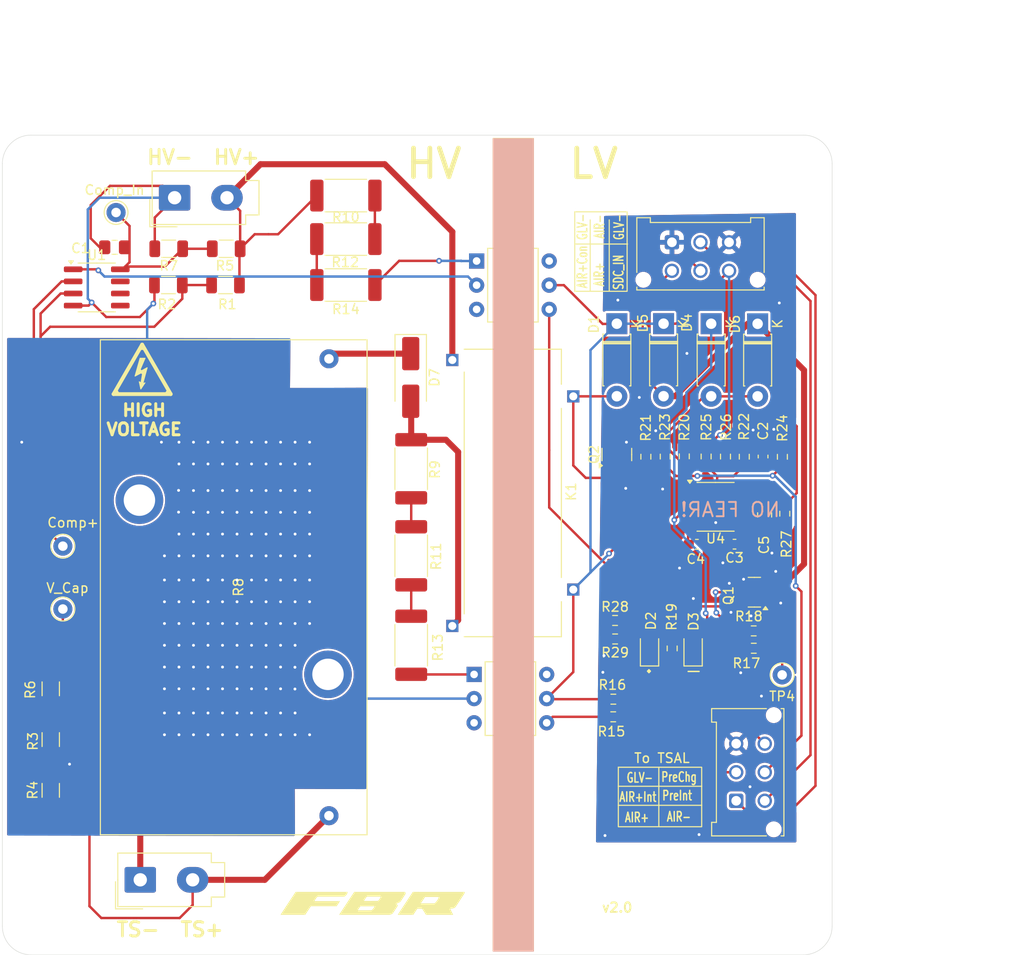
<source format=kicad_pcb>
(kicad_pcb (version 20240108) (generator "pcbnew") (generator_version "8.0")
  (layers (0 "F.Cu" signal) (31 "B.Cu" signal) (34 "B.Paste" user) (35 "F.Paste" user) (36 "B.SilkS" user "B.Silkscreen") (37 "F.SilkS" user "F.Silkscreen") (38 "B.Mask" user) (39 "F.Mask" user) (44 "Edge.Cuts" user))
  (net 0 "")
  (net 1 "Net-(D1-A)")
  (net 2 "GLV-")
  (net 3 "Net-(R12-Pad2)")
  (net 4 "HV+")
  (net 5 "Net-(D2-A)")
  (net 6 "Net-(U1C-V+)")
  (net 7 "Net-(R10-Pad1)")
  (net 8 "Net-(R11-Pad2)")
  (net 9 "Net-(U1-Pad1)")
  (net 12 "HV-")
  (net 13 "/PreCh_Int")
  (net 14 "Net-(D3-A)")
  (net 15 "Net-(D3-K)")
  (net 16 "/Precharge")
  (net 17 "Net-(U4-TR)")
  (net 18 "Net-(U4-CV)")
  (net 19 "Net-(U4-DIS)")
  (net 20 "/SDC_IN")
  (net 21 "Net-(D4-A)")
  (net 22 "/AIR+_Con")
  (net 23 "/AIR+")
  (net 24 "/AIR-")
  (net 25 "/AIR+_Int")
  (net 26 "/PreCh_Complt")
  (net 27 "Net-(R3-Pad2)")
  (net 28 "Net-(D7-K)")
  (net 29 "Net-(R14-Pad2)")
  (net 30 "Net-(R15-Pad2)")
  (net 33 "Net-(R11-Pad1)")
  (net 34 "Net-(R13-Pad2)")
  (net 35 "Net-(J2-Pin_2)")
  (net 36 "Net-(D7-A)")
  (net 37 "/V_Accu")
  (net 38 "/V_Cap")
  (footprint "Resistor_SMD:R_1206_3216Metric" (layer "F.Cu") (at 93.606 63.246)
    (property "Reference" "R5")
    (property "Value" "15K")
  )
  (footprint "Diode_THT:D_DO-41_SOD81_P7.62mm_Horizontal" (layer "F.Cu") (at 144.526 71.12 -90)
    (property "Reference" "D4")
    (property "Value" "1N5819")
  )
  (footprint "Resistor_SMD:R_0603_1608Metric_Pad0.98x0.95mm_HandSolder" (layer "F.Cu") (at 148.9915 103.389 180)
    (property "Reference" "R18")
    (property "Value" "100K")
  )
  (footprint "Resistor_SMD:R_1206_3216Metric" (layer "F.Cu") (at 75.184 109.474 90)
    (property "Reference" "R6")
    (property "Value" "270K")
  )
  (footprint "Connector_Pin:Pin_D1.0mm_L10.0mm" (layer "F.Cu") (at 76.454 94.488)
    (property "Reference" "TP1" (hide yes))
    (property "Value" "TestPoint")
  )
  (footprint "Connector_Pin:Pin_D1.0mm_L10.0mm" (layer "F.Cu") (at 82.042 59.436)
    (property "Reference" "TP3" (hide yes))
    (property "Value" "TestPoint")
  )
  (footprint "MountingHole:MountingHole_3.2mm_M3_DIN965" (layer "F.Cu") (at 75.3364 56.642)
    (property "Reference" "H1" (hide yes))
    (property "Value" "MountingHole")
  )
  (footprint "Resistor_SMD:R_0603_1608Metric_Pad0.98x0.95mm_HandSolder" (layer "F.Cu") (at 140.4305 105.23 -90)
    (property "Reference" "R19")
    (property "Value" "1.8K")
  )
  (footprint "LOGO" (layer "F.Cu") (at 108.822762 131.968403)
    (property "Reference" "G***" (hide yes))
    (property "Value" "LOGO" (hide yes))
  )
  (footprint "Meder:RELAY_KT12-1A-40L-THT" (layer "F.Cu") (at 123.698 88.9 -90)
    (property "Reference" "K1")
    (property "Value" "KT12-1A-40L-THT")
  )
  (footprint "Resistor_SMD:R_0603_1608Metric_Pad0.98x0.95mm_HandSolder" (layer "F.Cu") (at 134.254 110.564 180)
    (property "Reference" "R16")
    (property "Value" "1.8K")
  )
  (footprint "Resistor_SMD:R_0805_2012Metric_Pad1.20x1.40mm_HandSolder" (layer "F.Cu") (at 150.139 91.204 -90)
    (property "Reference" "C5")
    (property "Value" "10uF")
  )
  (footprint "MountingHole:MountingHole_3.2mm_M3_DIN965" (layer "F.Cu") (at 151.379 132.039)
    (property "Reference" "H4" (hide yes))
    (property "Value" "MountingHole")
  )
  (footprint "Resistor_SMD:R_2512_6332Metric_Pad1.40x3.35mm_HandSolder" (layer "F.Cu") (at 106.17 67.056)
    (property "Reference" "R14")
    (property "Value" "3.3K")
  )
  (footprint "Capacitor_SMD:C_0603_1608Metric_Pad1.08x0.95mm_HandSolder" (layer "F.Cu") (at 149.976 85.072 90)
    (property "Reference" "C2")
    (property "Value" "0.1uF")
  )
  (footprint "Connector_Molex:Molex_Micro-Fit_3.0_43045-0612_2x03_P3.00mm_Vertical" (layer "F.Cu") (at 147.154 121.239 90)
    (property "Reference" "J4" (hide yes))
    (property "Value" "Conn_02x03_Counter_Clockwise")
  )
  (footprint "Resistor_SMD:R_0603_1608Metric_Pad0.98x0.95mm_HandSolder" (layer "F.Cu") (at 141.704 85.0515 90)
    (property "Reference" "R20")
    (property "Value" "10K")
  )
  (footprint "Package_SO:SOIC-8_3.9x4.9mm_P1.27mm" (layer "F.Cu") (at 144.989 90.354)
    (property "Reference" "U4")
    (property "Value" "NE555D")
  )
  (footprint "Connector_Pin:Pin_D1.0mm_L10.0mm" (layer "F.Cu") (at 151.979 108.014)
    (property "Reference" "TP4")
    (property "Value" "TestPoint P_C")
  )
  (footprint "Package_DIP:DIP-6_W7.62mm" (layer "F.Cu") (at 119.898 64.531)
    (property "Reference" "U3")
    (property "Value" "4N35")
  )
  (footprint "Resistor_SMD:R_0603_1608Metric_Pad0.98x0.95mm_HandSolder" (layer "F.Cu") (at 143.995896 85.067772 -90)
    (property "Reference" "R25")
    (property "Value" "10K")
  )
  (footprint "Package_SO:SOIC-8_3.9x4.9mm_P1.27mm" (layer "F.Cu") (at 80.01 67.31)
    (property "Reference" "U1")
    (property "Value" "LM393")
  )
  (footprint "Connector_Pin:Pin_D1.0mm_L10.0mm" (layer "F.Cu") (at 76.454 101.092)
    (property "Reference" "TP2" (hide yes))
    (property "Value" "TestPoint")
  )
  (footprint "Resistor_SMD:R_0603_1608Metric_Pad0.98x0.95mm_HandSolder" (layer "F.Cu") (at 134.434 102.294)
    (property "Reference" "R28")
    (property "Value" "33K")
  )
  (footprint "Connector_Molex:Molex_Micro-Fit_3.0_43045-0612_2x03_P3.00mm_Vertical" (layer "F.Cu") (at 140.404 62.564)
    (property "Reference" "J3" (hide yes))
    (property "Value" "Molex MicroFit")
  )
  (footprint "MountingHole:MountingHole_3.2mm_M3_DIN965" (layer "F.Cu") (at 151.3364 56.642)
    (property "Reference" "H2" (hide yes))
    (property "Value" "MountingHole")
  )
  (footprint "Resistor_SMD:R_1206_3216Metric" (layer "F.Cu") (at 75.184 114.808 -90)
    (property "Reference" "R3")
    (property "Value" "12K")
  )
  (footprint "Capacitor_SMD:C_0603_1608Metric_Pad1.08x0.95mm_HandSolder" (layer "F.Cu") (at 146.9765 94.279 180)
    (property "Reference" "C3")
    (property "Value" "0.01uF")
  )
  (footprint "Resistor_SMD:R_0603_1608Metric_Pad0.98x0.95mm_HandSolder" (layer "F.Cu") (at 148.004 85.089 -90)
    (property "Reference" "R22")
    (property "Value" "1M")
  )
  (footprint "Connector_Molex:Molex_Mini-Fit_Jr_5566-02A_2x01_P4.20mm_Vertical" (layer "F.Cu") (at 84.582 129.54 90)
    (property "Reference" "J2" (hide yes))
    (property "Value" "Conn_01x02")
  )
  (footprint "Symbol:Symbol_HighVoltage_Triangle_6x6mm_Copper" (layer "F.Cu") (at 84.779 75.914)
    (property "Reference" "REF**" (hide yes))
    (property "Value" "Symbol_HighVoltage_Triangle_6x6mm_Copper" (hide yes))
  )
  (footprint "MountingHole:MountingHole_3.2mm_M3_DIN965" (layer "F.Cu") (at 75.379 132.039)
    (property "Reference" "H3" (hide yes))
    (property "Value" "MountingHole")
  )
  (footprint "Resistor_SMD:R_0603_1608Metric_Pad0.98x0.95mm_HandSolder" (layer "F.Cu") (at 149.001 105.2125 180)
    (property "Reference" "R17")
    (property "Value" "4.7K")
  )
  (footprint "Resistor_SMD:R_1206_3216Metric" (layer "F.Cu") (at 75.184 120.142 -90)
    (property "Reference" "R4")
    (property "Value" "330")
  )
  (footprint "Capacitor_SMD:C_0603_1608Metric_Pad1.08x0.95mm_HandSolder" (layer "F.Cu") (at 143.029 94.289)
    (property "Reference" "C4")
    (property "Value" "0.1uF")
  )
  (footprint "Diode_THT:D_DO-41_SOD81_P7.62mm_Horizontal" (layer "F.Cu") (at 134.62 71.12 -90)
    (property "Reference" "D1")
    (property "Value" "1N5819")
  )
  (footprint "Diode_THT:D_DO-41_SOD81_P7.62mm_Horizontal" (layer "F.Cu") (at 139.529 71.114 -90)
    (property "Reference" "D5")
    (property "Value" "1N4937")
  )
  (footprint "Diode_THT:D_DO-41_SOD81_P7.62mm_Horizontal" (layer "F.Cu") (at 149.404 71.129 -90)
    (property "Reference" "D6")
    (property "Value" "1N4937")
  )
  (footprint "Resistor_SMD:R_1206_3216Metric" (layer "F.Cu") (at 87.5685 63.246)
    (property "Reference" "R7")
    (property "Value" "1.5K")
  )
  (footprint "Resistor_SMD:R_0603_1608Metric_Pad0.98x0.95mm_HandSolder" (layer "F.Cu") (at 139.704 85.0765 -90)
    (property "Reference" "R23")
    (property "Value" "33K")
  )
  (footprint "Resistor_SMD:R_0603_1608Metric_Pad0.98x0.95mm_HandSolder" (layer "F.Cu") (at 152.254 91.0765 -90)
    (property "Reference" "R27")
    (property "Value" "1M")
  )
  (footprint "Resistor_SMD:R_0603_1608Metric_Pad0.98x0.95mm_HandSolder" (layer "F.Cu") (at 146.029 85.0765 -90)
    (property "Reference" "R26")
    (property "Value" "220K")
  )
  (footprint "Capacitor_SMD:C_0805_2012Metric_Pad1.18x1.45mm_HandSolder" (layer "F.Cu") (at 81.8896 63.0936 180)
    (property "Reference" "C1")
    (property "Value" "0.1 uF")
  )
  (footprint "Package_TO_SOT_SMD:SOT-23" (layer "F.Cu") (at 134.62 84.861 90)
    (property "Reference" "Q2")
    (property "Value" "2N7002")
  )
  (footprint "Resistor_SMD:R_2512_6332Metric_Pad1.40x3.35mm_HandSolder" (layer "F.Cu") (at 113.03 95.504 -90)
    (property "Reference" "R11")
    (property "Value" "3.3K")
  )
  (footprint "Resistor_SMD:R_0603_1608Metric_Pad0.98x0.95mm_HandSolder" (layer "F.Cu") (at 152.004 85.1015 90)
    (property "Reference" "R24")
    (property "Value" "22K")
  )
  (footprint "Resistor_SMD:R_2512_6332Metric_Pad1.40x3.35mm_HandSolder" (layer "F.Cu") (at 106.166 62.23 180)
    (property "Reference" "R12")
    (property "Value" "3.3K")
  )
  (footprint "Package_TO_SOT_SMD:SOT-23" (layer "F.Cu") (at 149.0635 99.325 180)
    (property "Reference" "Q1")
    (property "Value" "AO3400A")
  )
  (footprint "Resistor_SMD:R_2512_6332Metric_Pad1.40x3.35mm_HandSolder" (layer "F.Cu") (at 113.03 104.898 -90)
    (property "Reference" "R13")
    (property "Value" "3.3K")
  )
  (footprint "Diode_SMD:D_SMA_Handsoldering" (layer "F.Cu") (at 112.979 76.764 -90)
    (property "Reference" "D7")
    (property "Value" "M7")
  )
  (footprint "Resistor_SMD:R_1206_3216Metric" (layer "F.Cu") (at 87.5335 67.056)
    (property "Reference" "R2")
    (property "Value" "12K")
  )
  (footprint "Resistor_SMD:R_0603_1608Metric_Pad0.98x0.95mm_HandSolder" (layer "F.Cu") (at 137.668 85.09 90)
    (property "Reference" "R21")
    (property "Value" "100K")
  )
  (footprint "Resistor_SMD:R_2512_6332Metric_Pad1.40x3.35mm_HandSolder" (layer "F.Cu") (at 113.03 86.358 90)
    (property "Reference" "R9")
    (property "Value" "3.3K")
  )
  (footprint "Chassis_Resistor:HSA25" (layer "F.Cu") (at 94.394 98.806 90)
    (property "Reference" "R8")
    (property "Value" "120")
  )
  (footprint "Resistor_SMD:R_0603_1608Metric_Pad0.98x0.95mm_HandSolder" (layer "F.Cu") (at 134.4415 104.239 180)
    (property "Reference" "R29")
    (property "Value" "22K")
  )
  (footprint "Resistor_SMD:R_0603_1608Metric_Pad0.98x0.95mm_HandSolder" (layer "F.Cu") (at 134.2415 112.414 180)
    (property "Reference" "R15")
    (property "Value" "6.8K")
  )
  (footprint "Resistor_SMD:R_1206_3216Metric" (layer "F.Cu") (at 93.5335 67.056)
    (property "Reference" "R1")
    (property "Value" "270K")
  )
  (footprint "LED_SMD:LED_0805_2012Metric_Pad1.15x1.40mm_HandSolder" (layer "F.Cu") (at 142.629 105.214 90)
    (property "Reference" "D3")
    (property "Value" "P_F LED")
  )
  (footprint "Package_DIP:DIP-6_W7.62mm" (layer "F.Cu") (at 119.634 107.965)
    (property "Reference" "U2")
    (property "Value" "4N35")
  )
  (footprint "Resistor_SMD:R_2512_6332Metric_Pad1.40x3.35mm_HandSolder" (layer "F.Cu") (at 106.17 57.658 180)
    (property "Reference" "R10")
    (property "Value" "3.3K")
  )
  (footprint "Connector_Molex:Molex_Mini-Fit_Jr_5566-02A_2x01_P4.20mm_Vertical" (layer "F.Cu") (at 88.188 57.884 90)
    (property "Reference" "J1" (hide yes))
    (property "Value" "Conn_01x02")
  )
  (footprint "LED_SMD:LED_0805_2012Metric_Pad1.15x1.40mm_HandSolder" (layer "F.Cu") (at 138.054 105.214 90)
    (property "Reference" "D2")
    (property "Value" "P_C LED")
  )
  (gr_rect (start 121.635304 51.681) (end 125.864696 137.037) (stroke (width 0.1)) (fill solid) (layer "B.SilkS"))
  (gr_rect (start 130.2 59.364) (end 135.7 67.714) (stroke (width 0.12)) (fill none) (layer "F.SilkS"))
  (gr_line (start 139.029 117.714) (end 139.028275 123.937512) (stroke (width 0.12)) (layer "F.SilkS"))
  (gr_rect (start 134.779 117.714) (end 143.529 123.964) (stroke (width 0.12)) (fill none) (layer "F.SilkS"))
  (gr_line (start 133.825 60.214) (end 133.825 67.714) (stroke (width 0.12)) (layer "F.SilkS"))
  (gr_line (start 131.825 67.714) (end 131.825 60.214) (stroke (width 0.12)) (layer "F.SilkS"))
  (gr_line (start 135.75 62.75) (end 130.25 62.75) (stroke (width 0.12)) (layer "F.SilkS"))
  (gr_line (start 143.529 119.714) (end 134.779 119.714) (stroke (width 0.12)) (layer "F.SilkS"))
  (gr_rect (start 121.635304 51.644) (end 125.864696 137) (stroke (width 0.1)) (fill solid) (layer "F.SilkS"))
  (gr_line (start 134.779 121.714) (end 143.529 121.714) (stroke (width 0.12)) (layer "F.SilkS"))
  (gr_arc (start 70.104 54.308) (mid 70.98268 52.18668) (end 73.104 51.308) (stroke (width 0.05)) (layer "Edge.Cuts"))
  (gr_arc (start 73.104 137.414) (mid 70.98268 136.53532) (end 70.104 134.414) (stroke (width 0.05)) (layer "Edge.Cuts"))
  (gr_line (start 70.104 134.414) (end 70.104 54.308) (stroke (width 0.05)) (layer "Edge.Cuts"))
  (gr_line (start 73.104 51.308) (end 154.226 51.308) (stroke (width 0.05)) (layer "Edge.Cuts"))
  (gr_line (start 157.226 54.308) (end 157.226 134.414) (stroke (width 0.05)) (layer "Edge.Cuts"))
  (gr_arc (start 157.226 134.414) (mid 156.34732 136.53532) (end 154.226 137.414) (stroke (width 0.05)) (layer "Edge.Cuts"))
  (gr_line (start 154.226 137.414) (end 73.104 137.414) (stroke (width 0.05)) (layer "Edge.Cuts"))
  (gr_arc (start 154.226 51.308) (mid 156.34732 52.18668) (end 157.226 54.308) (stroke (width 0.05)) (layer "Edge.Cuts"))
  (gr_text "NO FEAR!" (at 151.879 91.539 0) (layer "B.SilkS") (effects (font (size 1.5 1.5) (thickness 0.2) (bold yes)) (justify left bottom mirror)))
  (gr_text "SDC_IN" (at 134.804 65.714 90) (layer "F.SilkS") (effects (font (size 1 0.7) (thickness 0.153) (bold yes))))
  (gr_text "GLV-" (at 134.85 60.95 90) (layer "F.SilkS") (effects (font (size 1 0.7) (thickness 0.153) (bold yes))))
  (gr_text "TS-  TS+" (at 81.9404 135.636 0) (layer "F.SilkS") (effects (font (size 1.5 1.5) (thickness 0.3) (bold yes)) (justify left bottom)))
  (gr_text "." (at 137.179 108.139 0) (layer "F.SilkS") (effects (font (size 3 3) (thickness 0.153)) (justify left bottom)))
  (gr_text "To TSAL" (at 136.354 117.339 0) (layer "F.SilkS") (effects (font (size 1 1) (thickness 0.153)) (justify left bottom)))
  (gr_text "v2.0\n" (at 132.954 133.039 0) (layer "F.SilkS") (effects (font (size 1 1) (thickness 0.2) (bold yes)) (justify left bottom)))
  (gr_text "GLV-" (at 137.029 118.814 0) (layer "F.SilkS") (effects (font (size 1 0.7) (thickness 0.153) (bold yes))))
  (gr_text "PreChg" (at 141.154 118.739 0) (layer "F.SilkS") (effects (font (size 1 0.7) (thickness 0.153) (bold yes))))
  (gr_text "GLV-" (at 131 60.95 90) (layer "F.SilkS") (effects (font (size 1 0.7) (thickness 0.153) (bold yes))))
  (gr_text "AIR-" (at 132.8 60.925 90) (layer "F.SilkS") (effects (font (size 1 0.7) (thickness 0.153) (bold yes))))
  (gr_text "Comp_In" (at 78.6384 57.658 0) (layer "F.SilkS") (effects (font (size 1 1) (thickness 0.153)) (justify left bottom)))
  (gr_text "AIR+" (at 132.775 65.95 90) (layer "F.SilkS") (effects (font (size 1 0.7) (thickness 0.153) (bold yes))))
  (gr_text "AIR+" (at 136.729 122.989 0) (layer "F.SilkS") (effects (font (size 1 0.7) (thickness 0.153) (bold yes))))
  (gr_text "Comp+" (at 74.7268 92.6084 0) (layer "F.SilkS") (effects (font (size 1 1) (thickness 0.153)) (justify left bottom)))
  (gr_text "HIGH\nVOLTAGE" (at 84.9884 82.9564 0) (layer "F.SilkS") (effects (font (size 1.25 1.25) (thickness 0.3125) (bold yes)) (justify bottom)))
  (gr_text "HV-  HV+" (at 85.1408 54.5084 0) (layer "F.SilkS") (effects (font (size 1.5 1.5) (thickness 0.3) (bold yes)) (justify left bottom)))
  (gr_text "AIR+Con" (at 131 65.15 90) (layer "F.SilkS") (effects (font (size 1 0.7) (thickness 0.153) (bold yes))))
  (gr_text "HV     LV" (at 112.229 56.064 0) (layer "F.SilkS") (effects (font (size 3 3) (thickness 0.5)) (justify left bottom)))
  (gr_text "V_Cap" (at 74.6252 99.4664 0) (layer "F.SilkS") (effects (font (size 1 1) (thickness 0.153)) (justify left bottom)))
  (gr_text "PreInt" (at 140.954 120.689 0) (layer "F.SilkS") (effects (font (size 1 0.7) (thickness 0.153) (bold yes))))
  (gr_text "AIR-" (at 141.129 122.914 0) (layer "F.SilkS") (effects (font (size 1 0.7) (thickness 0.153) (bold yes))))
  (gr_text "-" (at 141.654 108.414 0) (layer "F.SilkS") (effects (font (size 1.5 1.5) (thickness 0.153)) (justify left bottom)))
  (gr_text "AIR+Int\n" (at 136.829 120.839 0) (layer "F.SilkS") (effects (font (size 1 0.7) (thickness 0.153) (bold yes))))
  (segment (start 134.62 83.9235) (end 134.62 86.723) (width 0.254) (layer "F.Cu") (net 1))
  (segment (start 134.38 78.74) (end 134.37 78.75) (width 0.254) (layer "F.Cu") (net 1))
  (segment (start 134.37 78.75) (end 130.048 78.75) (width 0.254) (layer "F.Cu") (net 1))
  (segment (start 134.62 86.723) (end 134.029 87.314) (width 0.254) (layer "F.Cu") (net 1))
  (segment (start 134.029 87.314) (end 131.354 87.314) (width 0.254) (layer "F.Cu") (net 1))
  (segment (start 134.62 78.74) (end 134.38 78.74) (width 0.254) (layer "F.Cu") (net 1))
  (segment (start 131.354 87.314) (end 130.048 86.008) (width 0.254) (layer "F.Cu") (net 1))
  (segment (start 130.048 86.008) (end 130.048 78.75) (width 0.254) (layer "F.Cu") (net 1))
  (segment (start 149.943 84.1765) (end 149.976 84.2095) (width 0.254) (layer "F.Cu") (net 2))
  (segment (start 152.004 84.189) (end 152.154 84.039) (width 0.254) (layer "F.Cu") (net 2))
  (via (at 133.379 124.889) (size 0.6) (drill 0.3) (layers "F.Cu" "B.Cu") (net 2))
  (via (at 143.254 124.789) (size 0.6) (drill 0.3) (layers "F.Cu" "B.Cu") (net 2))
  (via (at 148.929 82.289) (size 0.6) (drill 0.3) (layers "F.Cu" "B.Cu") (net 2))
  (via (at 151.829 100.464) (size 0.6) (drill 0.3) (layers "F.Cu" "B.Cu") (net 2))
  (via (at 147.929 97.964) (size 0.6) (drill 0.3) (layers "F.Cu" "B.Cu") (net 2))
  (via (at 151.679 68.939) (size 0.6) (drill 0.3) (layers "F.Cu" "B.Cu") (net 2))
  (via (at 151.304 97.139) (size 0.6) (drill 0.3) (layers "F.Cu" "B.Cu") (net 2))
  (via (at 145.004 92.014) (size 0.6) (drill 0.3) (layers "F.Cu" "B.Cu") (net 2))
  (via (at 149.804 110.239) (size 0.6) (drill 0.3) (layers "F.Cu" "B.Cu") (net 2))
  (via (at 145.754 96.239) (size 0.6) (drill 0.3) (layers "F.Cu" "B.Cu") (net 2))
  (via (at 139.429 88.489) (size 0.6) (drill 0.3) (layers "F.Cu" "B.Cu") (net 2))
  (via (at 138.704 82.364) (size 0.6) (drill 0.3) (layers "F.Cu" "B.Cu") (net 2))
  (via (at 133.154 107.739) (size 0.6) (drill 0.3) (layers "F.Cu" "B.Cu") (net 2))
  (via (at 150.904 95.214) (size 0.6) (drill 0.3) (layers "F.Cu" "B.Cu") (net 2))
  (via (at 146.604 101.439) (size 0.6) (drill 0.3) (layers "F.Cu" "B.Cu") (net 2))
  (via (at 141.979 74.239) (size 0.6) (drill 0.3) (layers "F.Cu" "B.Cu") (net 2))
  (via (at 141.204 96.789) (size 0.6) (drill 0.3) (layers "F.Cu" "B.Cu") (net 2))
  (via (at 148.604 119.764) (size 0.6) (drill 0.3) (layers "F.Cu" "B.Cu") (net 2))
  (via (at 134.729 68.639) (size 0.6) (drill 0.3) (layers "F.Cu" "B.Cu") (net 2))
  (via (at 136.979 78.864) (size 0.6) (drill 0.3) (layers "F.Cu" "B.Cu") (net 2))
  (via (at 133.279 105.989) (size 0.6) (drill 0.3) (layers "F.Cu" "B.Cu") (net 2))
  (via (at 135.629 83.564) (size 0.6) (drill 0.3) (layers "F.Cu" "B.Cu") (net 2))
  (via (at 142.654 99.989) (size 0.6) (drill 0.3) (layers "F.Cu" "B.Cu") (net 2))
  (via (at 146.429 98.389) (size 0.6) (drill 0.3) (layers "F.Cu" "B.Cu") (net 2))
  (via (at 135.554 88.414) (size 0.6) (drill 0.3) (layers "F.Cu" "B.Cu") (net 2))
  (via (at 151.104 82.214) (size 0.6) (drill 0.3) (layers "F.Cu" "B.Cu") (net 2))
  (via (at 148.704 101.814) (size 0.6) (drill 0.3) (layers "F.Cu" "B.Cu") (net 2))
  (via (at 147.629 107.789) (size 0.6) (drill 0.3) (layers "F.Cu" "B.Cu") (net 2))
  (segment (start 103.116 61.976) (end 103.116 66.798) (width 0.254) (layer "F.Cu") (net 3))
  (segment (start 103.116 66.798) (end 103.12 66.802) (width 0.254) (layer "F.Cu") (net 3))
  (segment (start 95.0685 59.2645) (end 93.688 57.884) (width 0.254) (layer "F.Cu") (net 4))
  (segment (start 95.0685 63.246) (end 95.0685 59.2645) (width 0.254) (layer "F.Cu") (net 4))
  (segment (start 110.254 54.364) (end 97.208 54.364) (width 0.635) (layer "F.Cu") (net 4))
  (segment (start 97.208 54.364) (end 93.688 57.884) (width 0.635) (layer "F.Cu") (net 4))
  (segment (start 117.348 74.93) (end 117.348 61.458) (width 0.635) (layer "F.Cu") (net 4))
  (segment (start 117.348 61.458) (end 110.254 54.364) (width 0.635) (layer "F.Cu") (net 4))
  (segment (start 95.0685 63.246) (end 96.5925 61.722) (width 0.254) (layer "F.Cu") (net 4))
  (segment (start 94.996 67.056) (end 94.996 63.3185) (width 0.254) (layer "F.Cu") (net 4))
  (segment (start 103.12 57.658) (end 99.056 61.722) (width 0.254) (layer "F.Cu") (net 4))
  (segment (start 93.914 57.658) (end 93.688 57.884) (width 0.254) (layer "F.Cu") (net 4))
  (segment (start 99.056 61.722) (end 98.044 61.722) (width 0.254) (layer "F.Cu") (net 4))
  (segment (start 96.5925 61.722) (end 98.044 61.722) (width 0.254) (layer "F.Cu") (net 4))
  (segment (start 94.996 63.3185) (end 95.0685 63.246) (width 0.254) (layer "F.Cu") (net 4))
  (segment (start 136.654 109.0765) (end 135.1665 110.564) (width 0.254) (layer "F.Cu") (net 5))
  (segment (start 138.054 104.189) (end 136.654 105.589) (width 0.254) (layer "F.Cu") (net 5))
  (segment (start 136.654 105.589) (end 136.654 109.0765) (width 0.254) (layer "F.Cu") (net 5))
  (segment (start 82.042 59.436) (end 83.454 60.848) (width 0.254) (layer "F.Cu") (net 6))
  (segment (start 87.163 65.114) (end 89.031 63.246) (width 0.254) (layer "F.Cu") (net 6))
  (segment (start 82.71 65.405) (end 83.001 65.114) (width 0.254) (layer "F.Cu") (net 6))
  (segment (start 83.454 64.661) (end 82.71 65.405) (width 0.254) (layer "F.Cu") (net 6))
  (segment (start 83.454 60.848) (end 83.454 64.661) (width 0.254) (layer "F.Cu") (net 6))
  (segment (start 83.001 65.114) (end 87.163 65.114) (width 0.254) (layer "F.Cu") (net 6))
  (segment (start 89.031 63.246) (end 92.1435 63.246) (width 0.254) (layer "F.Cu") (net 6))
  (segment (start 109.216 57.662) (end 109.22 57.658) (width 0.254) (layer "F.Cu") (net 7))
  (segment (start 109.216 62.23) (end 109.216 57.662) (width 0.254) (layer "F.Cu") (net 7))
  (segment (start 113.03 98.554) (end 113.03 101.848) (width 0.254) (layer "F.Cu") (net 8))
  (segment (start 80.07 65.405) (end 80.179 65.514) (width 0.254) (layer "F.Cu") (net 9))
  (segment (start 77.31 65.405) (end 80.07 65.405) (width 0.254) (layer "F.Cu") (net 9))
  (via (at 80.179 65.514) (size 0.6) (drill 0.3) (layers "F.Cu" "B.Cu") (net 9))
  (segment (start 80.829 66.164) (end 80.179 65.514) (width 0.254) (layer "B.Cu") (net 9))
  (segment (start 119.898 67.071) (end 118.991 66.164) (width 0.254) (layer "B.Cu") (net 9))
  (segment (start 118.991 66.164) (end 80.829 66.164) (width 0.254) (layer "B.Cu") (net 9))
  (segment (start 77.404 117.739) (end 77.154 117.489) (width 0.254) (layer "F.Cu") (net 12))
  (segment (start 86.106 63.246) (end 86.106 59.966) (width 0.254) (layer "F.Cu") (net 12))
  (segment (start 84.582 116.84) (end 87.122 114.3) (width 0.635) (layer "F.Cu") (net 12))
  (segment (start 79.153 69.215) (end 77.31 69.215) (width 0.254) (layer "F.Cu") (net 12))
  (segment (start 77.154 117.489) (end 77.154 117.389) (width 0.254) (layer "F.Cu") (net 12))
  (segment (start 86.071 67.056) (end 85.817 66.802) (width 0.254) (layer "F.Cu") (net 12))
  (segment (start 79.379 62.1455) (end 79.379 58.664) (width 0.254) (layer "F.Cu") (net 12))
  (segment (start 86.943 56.639) (end 88.188 57.884) (width 0.254) (layer "F.Cu") (net 12))
  (segment (start 79.479 68.889) (end 81.004 70.414) (width 0.254) (layer "F.Cu") (net 12))
  (segment (start 86.106 59.966) (end 88.188 57.884) (width 0.254) (layer "F.Cu") (net 12))
  (segment (start 79.479 68.889) (end 79.153 69.215) (width 0.254) (layer "F.Cu") (net 12))
  (segment (start 77.054 117.389) (end 77.029 117.364) (width 0.254) (layer "F.Cu") (net 12))
  (segment (start 75.184 121.6045) (end 77.404 119.3845) (width 0.254) (layer "F.Cu") (net 12))
  (segment (start 84.54 70.414) (end 85.954 69) (width 0.254) (layer "F.Cu") (net 12))
  (segment (start 80.3271 63.0936) (end 79.379 62.1455) (width 0.254) (layer "F.Cu") (net 12))
  (segment (start 81.004 70.414) (end 84.54 70.414) (width 0.254) (layer "F.Cu") (net 12))
  (segment (start 84.582 129.54) (end 84.582 116.84) (width 0.635) (layer "F.Cu") (net 12))
  (segment (start 85.954 69) (end 86.071 68.883) (width 0.254) (layer "F.Cu") (net 12))
  (segment (start 79.379 58.664) (end 81.404 56.639) (width 0.254) (layer "F.Cu") (net 12))
  (segment (start 77.154 117.389) (end 77.054 117.389) (width 0.254) (layer "F.Cu") (net 12))
  (segment (start 86.071 68.883) (end 86.071 67.056) (width 0.254) (layer "F.Cu") (net 12))
  (segment (start 77.404 119.3845) (end 77.404 117.739) (width 0.254) (layer "F.Cu") (net 12))
  (segment (start 81.404 56.639) (end 86.943 56.639) (width 0.254) (layer "F.Cu") (net 12))
  (via (at 100.838 104.902) (size 0.6) (drill 0.3) (layers "F.Cu" "B.Cu") (net 12))
  (via (at 91.694 90.932) (size 0.6) (drill 0.3) (layers "F.Cu" "B.Cu") (net 12))
  (via (at 99.314 107.188) (size 0.6) (drill 0.3) (layers "F.Cu" "B.Cu") (net 12))
  (via (at 79.479 68.889) (size 0.6) (drill 0.3) (layers "F.Cu" "B.Cu") (net 12))
  (via (at 99.314 85.852) (size 0.6) (drill 0.3) (layers "F.Cu" "B.Cu") (net 12))
  (via (at 90.17 100.33) (size 0.6) (drill 0.3) (layers "F.Cu" "B.Cu") (net 12))
  (via (at 100.838 100.33) (size 0.6) (drill 0.3) (layers "F.Cu" "B.Cu") (net 12))
  (via (at 93.218 107.188) (size 0.6) (drill 0.3) (layers "F.Cu" "B.Cu") (net 12))
  (via (at 91.694 109.474) (size 0.6) (drill 0.3) (layers "F.Cu" "B.Cu") (net 12))
  (via (at 100.838 88.646) (size 0.6) (drill 0.3) (layers "F.Cu" "B.Cu") (net 12))
  (via (at 102.362 88.646) (size 0.6) (drill 0.3) (layers "F.Cu" "B.Cu") (net 12))
  (via (at 96.266 102.616) (size 0.6) (drill 0.3) (layers "F.Cu" "B.Cu") (net 12))
  (via (at 102.362 102.616) (size 0.6) (drill 0.3) (layers "F.Cu" "B.Cu") (net 12))
  (via (at 97.79 88.646) (size 0.6) (drill 0.3) (layers "F.Cu" "B.Cu") (net 12))
  (via (at 91.694 102.616) (size 0.6) (drill 0.3) (layers "F.Cu" "B.Cu") (net 12))
  (via (at 100.838 98.044) (size 0.6) (drill 0.3) (layers "F.Cu" "B.Cu") (net 12))
  (via (at 72.136 83.566) (size 0.6) (drill 0.3) (layers "F.Cu" "B.Cu") (net 12))
  (via (at 94.742 98.044) (size 0.6) (drill 0.3) (layers "F.Cu" "B.Cu") (net 12))
  (via (at 93.218 95.504) (size 0.6) (drill 0.3) (layers "F.Cu" "B.Cu") (net 12))
  (via (at 90.17 85.852) (size 0.6) (drill 0.3) (layers "F.Cu" "B.Cu") (net 12))
  (via (at 88.646 98.044) (size 0.6) (drill 0.3) (layers "F.Cu" "B.Cu") (net 12))
  (via (at 87.122 100.33) (size 0.6) (drill 0.3) (layers "F.Cu" "B.Cu") (net 12))
  (via (at 90.17 112.014) (size 0.6) (drill 0.3) (layers "F.Cu" "B.Cu") (net 12))
  (via (at 88.646 114.3) (size 0.6) (drill 0.3) (layers "F.Cu" "B.Cu") (net 12))
  (via (at 94.742 88.646) (size 0.6) (drill 0.3) (layers "F.Cu" "B.Cu") (net 12))
  (via (at 94.742 112.014) (size 0.6) (drill 0.3) (layers "F.Cu" "B.Cu") (net 12))
  (via (at 102.362 93.218) (size 0.6) (drill 0.3) (layers "F.Cu" "B.Cu") (net 12))
  (via (at 96.266 114.3) (size 0.6) (drill 0.3) (layers "F.Cu" "B.Cu") (net 12))
  (via (at 96.266 109.474) (size 0.6) (drill 0.3) (layers "F.Cu" "B.Cu") (net 12))
  (via (at 91.694 95.504) (size 0.6) (drill 0.3) (layers "F.Cu" "B.Cu") (net 12))
  (via (at 97.79 104.902) (size 0.6) (drill 0.3) (layers "F.Cu" "B.Cu") (net 12))
  (via (at 90.17 83.566) (size 0.6) (drill 0.3) (layers "F.Cu" "B.Cu") (net 12))
  (via (at 97.79 109.474) (size 0.6) (drill 0.3) (layers "F.Cu" "B.Cu") (net 12))
  (via (at 100.838 114.3) (size 0.6) (drill 0.3) (layers "F.Cu" "B.Cu") (net 12))
  (via (at 102.362 100.33) (size 0.6) (drill 0.3) (layers "F.Cu" "B.Cu") (net 12))
  (via (at 91.694 112.014) (size 0.6) (drill 0.3) (layers "F.Cu" "B.Cu") (net 12))
  (via (at 97.79 93.218) (size 0.6) (drill 0.3) (layers "F.Cu" "B.Cu") (net 12))
  (via (at 90.17 114.3) (size 0.6) (drill 0.3) (layers "F.Cu" "B.Cu") (net 12))
  (via (at 99.314 109.474) (size 0.6) (drill 0.3) (layers "F.Cu" "B.Cu") (net 12))
  (via (at 100.838 95.504) (size 0.6) (drill 0.3) (layers "F.Cu" "B.Cu") (net 12))
  (via (at 87.122 107.188) (size 0.6) (drill 0.3) (layers "F.Cu" "B.Cu") (net 12))
  (via (at 86.804 83.564) (size 0.6) (drill 0.3) (layers "F.Cu" "B.Cu") (net 12))
  (via (at 96.266 93.218) (size 0.6) (drill 0.3) (layers "F.Cu" "B.Cu") (net 12))
  (via (at 87.122 102.616) (size 0.6) (drill 0.3) (layers "F.Cu" "B.Cu") (net 12))
  (via (at 97.79 98.044) (size 0.6) (drill 0.3) (layers "F.Cu" "B.Cu") (net 12))
  (via (at 91.694 104.902) (size 0.6) (drill 0.3) (layers "F.Cu" "B.Cu") (net 12))
  (via (at 87.122 98.044) (size 0.6) (drill 0.3) (layers "F.Cu" "B.Cu") (net 12))
  (via (at 90.17 107.188) (size 0.6) (drill 0.3) (layers "F.Cu" "B.Cu") (net 12))
  (via (at 100.838 85.852) (size 0.6) (drill 0.3) (layers "F.Cu" "B.Cu") (net 12))
  (via (at 96.266 85.852) (size 0.6) (drill 0.3) (layers "F.Cu" "B.Cu") (net 12))
  (via (at 90.17 93.218) (size 0.6) (drill 0.3) (layers "F.Cu" "B.Cu") (net 12))
  (via (at 94.742 114.3) (size 0.6) (drill 0.3) (layers "F.Cu" "B.Cu") (net 12))
  (via (at 96.266 98.044) (size 0.6) (drill 0.3) (layers "F.Cu" "B.Cu") (net 12))
  (via (at 94.742 109.474) (size 0.6) (drill 0.3) (layers "F.Cu" "B.Cu") (net 12))
  (via (at 94.742 95.504) (size 0.6) (drill 0.3) (layers "F.Cu" "B.Cu") (net 12))
  (via (at 90.17 104.902) (size 0.6) (drill 0.3) (layers "F.Cu" "B.Cu") (net 12))
  (via (at 94.742 85.852) (size 0.6) (drill 0.3) (layers "F.Cu" "B.Cu") (net 12))
  (via (at 102.362 90.932) (size 0.6) (drill 0.3) (layers "F.Cu" "B.Cu") (net 12))
  (via (at 96.266 83.566) (size 0.6) (drill 0.3) (layers "F.Cu" "B.Cu") (net 12))
  (via (at 85.954 69) (size 0.6) (drill 0.3) (layers "F.Cu" "B.Cu") (net 12))
  (via (at 97.79 90.932) (size 0.6) (drill 0.3) (layers "F.Cu" "B.Cu") (net 12))
  (via (at 93.218 109.474) (size 0.6) (drill 0.3) (layers "F.Cu" "B.Cu") (net 12))
  (via (at 96.266 88.646) (size 0.6) (drill 0.3) (layers "F.Cu" "B.Cu") (net 12))
  (via (at 88.646 102.616) (size 0.6) (drill 0.3) (layers "F.Cu" "B.Cu") (net 12))
  (via (at 99.314 112.014) (size 0.6) (drill 0.3) (layers "F.Cu" "B.Cu") (net 12))
  (via (at 102.362 95.504) (size 0.6) (drill 0.3) (layers "F.Cu" "B.Cu") (net 12))
  (via (at 91.694 85.852) (size 0.6) (drill 0.3) (layers "F.Cu" "B.Cu") (net 12))
  (via (at 88.646 107.188) (size 0.6) (drill 0.3) (layers "F.Cu" "B.Cu") (net 12))
  (via (at 88.646 104.902) (size 0.6) (drill 0.3) (layers "F.Cu" "B.Cu") (net 12))
  (via (at 99.314 102.616) (size 0.6) (drill 0.3) (layers "F.Cu" "B.Cu") (net 12))
  (via (at 90.17 102.616) (size 0.6) (drill 0.3) (layers "F.Cu" "B.Cu") (net 12))
  (via (at 97.79 102.616) (size 0.6) (drill 0.3) (layers "F.Cu" "B.Cu") (net 12))
  (via (at 100.838 112.014) (size 0.6) (drill 0.3) (layers "F.Cu" "B.Cu") (net 12))
  (via (at 100.838 83.566) (size 0.6) (drill 0.3) (layers "F.Cu" "B.Cu") (net 12))
  (via (at 100.838 102.616) (size 0.6) (drill 0.3) (layers "F.Cu" "B.Cu") (net 12))
  (via (at 97.79 112.014) (size 0.6) (drill 0.3) (layers "F.Cu" "B.Cu") (net 12))
  (via (at 99.314 104.902) (size 0.6) (drill 0.3) (layers "F.Cu" "B.Cu") (net 12))
  (via (at 96.266 107.188) (size 0.6) (drill 0.3) (layers "F.Cu" "B.Cu") (net 12))
  (via (at 100.82225 107.209749) (size 0.6) (drill 0.3) (layers "F.Cu" "B.Cu") (net 12))
  (via (at 90.17 98.044) (size 0.6) (drill 0.3) (layers "F.Cu" "B.Cu") (net 12))
  (via (at 99.314 83.566) (size 0.6) (drill 0.3) (layers "F.Cu" "B.Cu") (net 12))
  (via (at 93.218 112.014) (size 0.6) (drill 0.3) (layers "F.Cu" "B.Cu") (net 12))
  (via (at 97.79 100.33) (size 0.6) (drill 0.3) (layers "F.Cu" "B.Cu") (net 12))
  (via (at 96.266 100.33) (size 0.6) (drill 0.3) (layers "F.Cu" "B.Cu") (net 12))
  (via (at 99.314 98.044) (size 0.6) (drill 0.3) (layers "F.Cu" "B.Cu") (net 12))
  (via (at 94.742 93.218) (size 0.6) (drill 0.3) (layers "F.Cu" "B.Cu") (net 12))
  (via (at 93.218 104.902) (size 0.6) (drill 0.3) (layers "F.Cu" "B.Cu") (net 12))
  (via (at 99.314 100.33) (size 0.6) (drill 0.3) (layers "F.Cu" "B.Cu") (net 12))
  (via (at 77.154 117.389) (size 0.6) (drill 0.3) (layers "F.Cu" "B.Cu") (net 12))
  (via (at 93.218 90.932) (size 0.6) (drill 0.3) (layers "F.Cu" "B.Cu") (net 12))
  (via (at 100.838 90.932) (size 0.6) (drill 0.3) (layers "F.Cu" "B.Cu") (net 12))
  (via (at 91.694 114.3) (size 0.6) (drill 0.3) (layers "F.Cu" "B.Cu") (net 12))
  (via (at 90.17 88.646) (size 0.6) (drill 0.3) (layers "F.Cu" "B.Cu") (net 12))
  (via (at 90.17 90.932) (size 0.6) (drill 0.3) (layers "F.Cu" "B.Cu") (net 12))
  (via (at 88.646 93.218) (size 0.6) (drill 0.3) (layers "F.Cu" "B.Cu") (net 12))
  (via (at 97.79 107.188) (size 0.6) (drill 0.3) (layers "F.Cu" "B.Cu") (net 12))
  (via (at 94.742 107.188) (size 0.6) (drill 0.3) (layers "F.Cu" "B.Cu") (net 12))
  (via (at 93.218 98.044) (size 0.6) (drill 0.3) (layers "F.Cu" "B.Cu") (net 12))
  (via (at 97.79 85.852) (size 0.6) (drill 0.3) (layers "F.Cu" "B.Cu") (net 12))
  (via (at 90.17 95.504) (size 0.6) (drill 0.3) (layers "F.Cu" "B.Cu") (net 12))
  (via (at 102.362 98.044) (size 0.6) (drill 0.3) (layers "F.Cu" "B.Cu") (net 12))
  (via (at 91.694 100.33) (size 0.6) (drill 0.3) (layers "F.Cu" "B.Cu") (net 12))
  (via (at 102.362 114.3) (size 0.6) (drill 0.3) (layers "F.Cu" "B.Cu") (net 12))
  (via (at 102.362 85.852) (size 0.6) (drill 0.3) (layers "F.Cu" "B.Cu") (net 12))
  (via (at 99.314 90.932) (size 0.6) (drill 0.3) (layers "F.Cu" "B.Cu") (net 12))
  (via (at 100.82225 109.495749) (size 0.6) (drill 0.3) (layers "F.Cu" "B.Cu") (net 12))
  (via (at 93.218 88.646) (size 0.6) (drill 0.3) (layers "F.Cu" "B.Cu") (net 12))
  (via (at 97.79 95.504) (size 0.6) (drill 0.3) (layers "F.Cu" "B.Cu") (net 12))
  (via (at 87.122 109.474) (size 0.6) (drill 0.3) (layers "F.Cu" "B.Cu") (net 12))
  (via (at 99.314 95.504) (size 0.6) (drill 0.3) (layers "F.Cu" "B.Cu") (net 12))
  (via (at 102.362 83.566) (size 0.6) (drill 0.3) (layers "F.Cu" "B.Cu") (net 12))
  (via (at 87.122 104.902) (size 0.6) (drill 0.3) (layers "F.Cu" "B.Cu") (net 12))
  (via (at 100.838 93.218) (size 0.6) (drill 0.3) (layers "F.Cu" "B.Cu") (net 12))
  (via (at 91.694 83.566) (size 0.6) (drill 0.3) (layers "F.Cu" "B.Cu") (net 12))
  (via (at 91.694 88.646) (size 0.6) (drill 0.3) (layers "F.Cu" "B.Cu") (net 12))
  (via (at 96.266 90.932) (size 0.6) (drill 0.3) (layers "F.Cu" "B.Cu") (net 12))
  (via (at 91.694 93.218) (size 0.6) (drill 0.3) (layers "F.Cu" "B.Cu") (net 12))
  (via (at 93.218 100.33) (size 0.6) (drill 0.3) (layers "F.Cu" "B.Cu") (net 12))
  (via (at 88.646 95.504) (size 0.6) (drill 0.3) (layers "F.Cu" "B.Cu") (net 12))
  (via (at 94.742 90.932) (size 0.6) (drill 0.3) (layers "F.Cu" "B.Cu") (net 12))
  (via (at 88.646 85.852) (size 0.6) (drill 0.3) (layers "F.Cu" "B.Cu") (net 12))
  (via (at 94.742 83.566) (size 0.6) (drill 0.3) (layers "F.Cu" "B.Cu") (net 12))
  (via (at 87.122 112.014) (size 0.6) (drill 0.3) (layers "F.Cu" "B.Cu") (net 12))
  (via (at 94.742 102.616) (size 0.6) (drill 0.3) (layers "F.Cu" "B.Cu") (net 12))
  (via (at 93.218 114.3) (size 0.6) (drill 0.3) (layers "F.Cu" "B.Cu") (net 12))
  (via (at 96.266 95.504) (size 0.6) (drill 0.3) (layers "F.Cu" "B.Cu") (net 12))
  (via (at 88.646 83.566) (size 0.6) (drill 0.3) (layers "F.Cu" "B.Cu") (net 12))
  (via (at 88.604 88.628) (size 0.6) (drill 0.3) (layers "F.Cu" "B.Cu") (net 12))
  (via (at 96.266 104.902) (size 0.6) (drill 0.3) (layers "F.Cu" "B.Cu") (net 12))
  (via (at 91.694 98.044) (size 0.6) (drill 0.3) (layers "F.Cu" "B.Cu") (net 12))
  (via (at 94.742 104.902) (size 0.6) (drill 0.3) (layers "F.Cu" "B.Cu") (net 12))
  (via (at 99.314 114.3) (size 0.6) (drill 0.3) (layers "F.Cu" "B.Cu") (net 12))
  (via (at 88.646 100.33) (size 0.6) (drill 0.3) (layers "F.Cu" "B.Cu") (net 12))
  (via (at 93.218 102.616) (size 0.6) (drill 0.3) (layers "F.Cu" "B.Cu") (net 12))
  (via (at 88.604 90.914) (size 0.6) (drill 0.3) (layers "F.Cu" "B.Cu") (net 12))
  (via (at 93.218 85.852) (size 0.6) (drill 0.3) (layers "F.Cu" "B.Cu") (net 12))
  (via (at 88.646 109.474) (size 0.6) (drill 0.3) (layers "F.Cu" "B.Cu") (net 12))
  (via (at 97.79 83.566) (size 0.6) (drill 0.3) (layers "F.Cu" "B.Cu") (net 12))
  (via (at 94.742 100.33) (size 0.6) (drill 0.3) (layers "F.Cu" "B.Cu") (net 12))
  (via (at 88.646 112.014) (size 0.6) (drill 0.3) (layers "F.Cu" "B.Cu") (net 12))
  (via (at 93.218 93.218) (size 0.6) (drill 0.3) (layers "F.Cu" "B.Cu") (net 12))
  (via (at 96.266 112.014) (size 0.6) (drill 0.3) (layers "F.Cu" "B.Cu") (net 12))
  (via (at 91.694 107.188) (size 0.6) (drill 0.3) (layers "F.Cu" "B.Cu") (net 12))
  (via (at 87.122 95.504) (size 0.6) (drill 0.3) (layers "F.Cu" "B.Cu") (net 12))
  (via (at 87.122 114.3) (size 0.6) (drill 0.3) (layers "F.Cu" "B.Cu") (net 12))
  (via (at 93.218 83.566) (size 0.6) (drill 0.3) (layers "F.Cu" "B.Cu") (net 12))
  (via (at 90.17 109.474) (size 0.6) (drill 0.3) (layers "F.Cu" "B.Cu") (net 12))
  (via (at 99.314 88.646) (size 0.6) (drill 0.3) (layers "F.Cu" "B.Cu") (net 12))
  (via (at 99.314 93.218) (size 0.6) (drill 0.3) (layers "F.Cu" "B.Cu") (net 12))
  (via (at 97.79 114.3) (size 0.6) (drill 0.3) (layers "F.Cu" "B.Cu") (net 12))
  (segment (start 85.954 69) (end 85.304 69.65) (width 0.254) (layer "B.Cu") (net 12))
  (segment (start 79.59 69) (end 79.479 68.889) (width 0.254) (layer "B.Cu") (net 12))
  (segment (start 85.304 82.064) (end 86.804 83.564) (width 0.254) (layer "B.Cu") (net 12))
  (segment (start 79.0745 59.1185) (end 80.309 57.884) (width 0.254) (layer "B.Cu") (net 12))
  (segment (start 106.157 110.505) (end 102.362 114.3) (width 0.254) (layer "B.Cu") (net 12))
  (segment (start 119.634 110.505) (end 106.157 110.505) (width 0.254) (layer "B.Cu") (net 12))
  (segment (start 80.309 57.884) (end 88.188 57.884) (width 0.254) (layer "B.Cu") (net 12))
  (segment (start 79.0745 68.4845) (end 79.0745 59.1185) (width 0.254) (layer "B.Cu") (net 12))
  (segment (start 102.362 114.3) (end 100.838 114.3) (width 0.254) (layer "B.Cu") (net 12))
  (segment (start 85.304 69.65) (end 85.304 82.064) (width 0.254) (layer "B.Cu") (net 12))
  (segment (start 79.479 68.889) (end 79.0745 68.4845) (width 0.254) (layer "B.Cu") (net 12))
  (segment (start 154.004 114.389) (end 150.154 118.239) (width 0.254) (layer "F.Cu") (net 13))
  (segment (start 143.079 87.112755) (end 140.827755 87.112755) (width 0.254) (layer "F.Cu") (net 13))
  (segment (start 140.827755 87.112755) (end 139.704 85.989) (width 0.254) (layer "F.Cu") (net 13))
  (segment (start 154.004 99.264) (end 154.004 114.389) (width 0.254) (layer "F.Cu") (net 13))
  (segment (start 152.004 86.064) (end 150.979 87.089) (width 0.254) (layer "F.Cu") (net 13))
  (segment (start 152.004 86.014) (end 152.004 86.064) (width 0.254) (layer "F.Cu") (net 13))
  (segment (start 153.404 98.664) (end 154.004 99.264) (width 0.254) (layer "F.Cu") (net 13))
  (via (at 143.079 87.112755) (size 0.6) (drill 0.3) (layers "F.Cu" "B.Cu") (net 13))
  (via (at 153.404 98.664) (size 0.6) (drill 0.3) (layers "F.Cu" "B.Cu") (net 13))
  (via (at 150.979 87.089) (size 0.6) (drill 0.3) (layers "F.Cu" "B.Cu") (net 13))
  (segment (start 143.079 87.112755) (end 143.102755 87.089) (width 0.254) (layer "B.Cu") (net 13))
  (segment (start 143.102755 87.089) (end 150.979 87.089) (width 0.254) (layer "B.Cu") (net 13))
  (segment (start 153.404 98.664) (end 153.404 89.289) (width 0.254) (layer "B.Cu") (net 13))
  (segment (start 153.404 89.289) (end 151.204 87.089) (width 0.254) (layer "B.Cu") (net 13))
  (segment (start 151.204 87.089) (end 150.979 87.089) (width 0.254) (layer "B.Cu") (net 13))
  (segment (start 140.4305 104.3175) (end 142.5005 104.3175) (width 0.254) (layer "F.Cu") (net 14))
  (segment (start 142.5005 104.3175) (end 142.629 104.189) (width 0.254) (layer "F.Cu") (net 14))
  (segment (start 140.654 91.739) (end 141.404 90.989) (width 0.254) (layer "F.Cu") (net 15))
  (segment (start 143.304 106.239) (end 142.629 106.239) (width 0.254) (layer "F.Cu") (net 15))
  (segment (start 143.954 101.539) (end 144.104 101.689) (width 0.254) (layer "F.Cu") (net 15))
  (segment (start 144.104 101.689) (end 144.104 105.439) (width 0.254) (layer "F.Cu") (net 15))
  (segment (start 144.104 105.439) (end 143.304 106.239) (width 0.254) (layer "F.Cu") (net 15))
  (segment (start 141.404 90.989) (end 142.514 90.989) (width 0.254) (layer "F.Cu") (net 15))
  (via (at 143.954 101.539) (size 0.6) (drill 0.3) (layers "F.Cu" "B.Cu") (net 15))
  (via (at 140.654 91.739) (size 0.6) (drill 0.3) (layers "F.Cu" "B.Cu") (net 15))
  (segment (start 140.654 91.739) (end 140.654 92.539) (width 0.254) (layer "B.Cu") (net 15))
  (segment (start 141.929 80.139) (end 140.654 81.414) (width 0.254) (layer "B.Cu") (net 15))
  (segment (start 141.929 78.352083) (end 141.929 80.139) (width 0.254) (layer "B.Cu") (net 15))
  (segment (start 143.954 95.839) (end 143.954 101.539) (width 0.254) (layer "B.Cu") (net 15))
  (segment (start 144.526 75.755083) (end 141.929 78.352083) (width 0.254) (layer "B.Cu") (net 15))
  (segment (start 144.526 71.12) (end 144.526 75.755083) (width 0.254) (layer "B.Cu") (net 15))
  (segment (start 140.654 92.539) (end 143.954 95.839) (width 0.254) (layer "B.Cu") (net 15))
  (segment (start 140.654 81.414) (end 140.654 91.739) (width 0.254) (layer "B.Cu") (net 15))
  (segment (start 150.154 115.239) (end 146.454 111.539) (width 0.254) (layer "F.Cu") (net 16))
  (segment (start 146.454 110.914) (end 149.9135 107.4545) (width 0.254) (layer "F.Cu") (net 16))
  (segment (start 136.654 110.914) (end 146.454 110.914) (width 0.254) (layer "F.Cu") (net 16))
  (segment (start 135.154 112.414) (end 136.654 110.914) (width 0.254) (layer "F.Cu") (net 16))
  (segment (start 146.454 111.539) (end 146.454 110.914) (width 0.254) (layer "F.Cu") (net 16))
  (segment (start 149.9135 107.4545) (end 149.9135 105.2125) (width 0.254) (layer "F.Cu") (net 16))
  (segment (start 145.154624 88.263376) (end 145.154624 87.139) (width 0.254) (layer "F.Cu") (net 17))
  (segment (start 149.909 86.0015) (end 149.976 85.9345) (width 0.254) (layer "F.Cu") (net 17))
  (segment (start 148.004 86.0015) (end 149.909 86.0015) (width 0.254) (layer "F.Cu") (net 17))
  (segment (start 143.995896 85.980272) (end 145.154624 87.139) (width 0.254) (layer "F.Cu") (net 17))
  (segment (start 143.699 89.719) (end 145.154624 88.263376) (width 0.254) (layer "F.Cu") (net 17))
  (segment (start 142.514 89.719) (end 143.699 89.719) (width 0.254) (layer "F.Cu") (net 17))
  (segment (start 145.154624 87.139) (end 146.8665 87.139) (width 0.254) (layer "F.Cu") (net 17))
  (segment (start 146.8665 87.139) (end 148.004 86.0015) (width 0.254) (layer "F.Cu") (net 17))
  (segment (start 147.839 94.279) (end 147.839 92.634) (width 0.254) (layer "F.Cu") (net 18))
  (segment (start 147.839 92.634) (end 147.464 92.259) (width 0.254) (layer "F.Cu") (net 18))
  (segment (start 152.254 90.164) (end 150.179 90.164) (width 0.254) (layer "F.Cu") (net 19))
  (segment (start 149.654 89.719) (end 150.139 90.204) (width 0.254) (layer "F.Cu") (net 19))
  (segment (start 147.464 89.719) (end 149.654 89.719) (width 0.254) (layer "F.Cu") (net 19))
  (segment (start 152.554 80.939) (end 147.879 80.939) (width 0.254) (layer "F.Cu") (net 19))
  (segment (start 152.254 90.164) (end 153.504 88.914) (width 0.254) (layer "F.Cu") (net 19))
  (segment (start 149.354 90.989) (end 150.139 90.204) (width 0.254) (layer "F.Cu") (net 19))
  (segment (start 147.104 84.914) (end 146.029 85.989) (width 0.254) (layer "F.Cu") (net 19))
  (segment (start 150.179 90.164) (end 150.139 90.204) (width 0.254) (layer "F.Cu") (net 19))
  (segment (start 147.879 80.939) (end 147.104 81.714) (width 0.254) (layer "F.Cu") (net 19))
  (segment (start 147.464 90.989) (end 149.354 90.989) (width 0.254) (layer "F.Cu") (net 19))
  (segment (start 153.504 81.889) (end 152.554 80.939) (width 0.254) (layer "F.Cu") (net 19))
  (segment (start 147.104 81.714) (end 147.104 84.914) (width 0.254) (layer "F.Cu") (net 19))
  (segment (start 153.504 88.914) (end 153.504 81.889) (width 0.254) (layer "F.Cu") (net 19))
  (segment (start 127.313 110.564) (end 127.254 110.505) (width 0.254) (layer "F.Cu") (net 20))
  (segment (start 143.995896 84.155272) (end 145.287168 82.864) (width 0.254) (layer "F.Cu") (net 20))
  (segment (start 146.029 84.164) (end 144.004624 84.164) (width 0.254) (layer "F.Cu") (net 20))
  (segment (start 144.004624 84.164) (end 143.995896 84.155272) (width 0.254) (layer "F.Cu") (net 20))
  (segment (start 140.854 71.114) (end 146.404 65.564) (width 0.254) (layer "F.Cu") (net 20))
  (segment (start 146.020272 84.155272) (end 146.029 84.164) (width 0.254) (layer "F.Cu") (net 20))
  (segment (start 134.779 94.289) (end 142.1665 94.289) (width 0.254) (layer "F.Cu") (net 20))
  (segment (start 141.720272 84.155272) (end 141.704 84.139) (width 0.254) (layer "F.Cu") (net 20))
  (segment (start 142.514 92.259) (end 142.897736 92.259) (width 0.254) (layer "F.Cu") (net 20))
  (segment (start 142.104 94.2265) (end 142.1665 94.289) (width 0.254) (layer "F.Cu") (net 20))
  (segment (start 142.104 92.669) (end 142.104 94.2265) (width 0.254) (layer "F.Cu") (net 20))
  (segment (start 133.3415 110.564) (end 127.313 110.564) (width 0.254) (layer "F.Cu") (net 20))
  (segment (start 143.995896 84.155272) (end 141.720272 84.155272) (width 0.254) (layer "F.Cu") (net 20))
  (segment (start 127.518 67.071) (end 129.061 67.071) (width 0.254) (layer "F.Cu") (net 20))
  (segment (start 139.529 71.114) (end 140.854 71.114) (width 0.254) (layer "F.Cu") (net 20))
  (segment (start 134.601 71.139) (end 134.62 71.12) (width 0.254) (layer "F.Cu") (net 20))
  (segment (start 133.804 95.264) (end 134.779 94.289) (width 0.254) (layer "F.Cu") (net 20))
  (segment (start 129.061 67.071) (end 133.129 71.139) (width 0.254) (layer "F.Cu") (net 20))
  (segment (start 142.514 92.259) (end 142.104 92.669) (width 0.254) (layer "F.Cu") (net 20))
  (segment (start 146.707736 88.449) (end 147.464 88.449) (width 0.254) (layer "F.Cu") (net 20))
  (segment (start 133.129 71.139) (end 134.601 71.139) (width 0.254) (layer "F.Cu") (net 20))
  (segment (start 142.4965 92.2415) (end 142.514 92.259) (width 0.254) (layer "F.Cu") (net 20))
  (segment (start 130.048 107.711) (end 130.048 99.05) (width 0.254) (layer "F.Cu") (net 20))
  (segment (start 127.254 110.505) (end 130.048 107.711) (width 0.254) (layer "F.Cu") (net 20))
  (segment (start 142.897736 92.259) (end 146.707736 88.449) (width 0.254) (layer "F.Cu") (net 20))
  (segment (start 142.514 92.259) (end 142.214 92.559) (width 0.254) (layer "F.Cu") (net 20))
  (via (at 145.454 82.814) (size 0.6) (drill 0.3) (layers "F.Cu" "B.Cu") (net 20))
  (via (at 133.804 95.264) (size 0.6) (drill 0.3) (layers "F.Cu" "B.Cu") (net 20))
  (segment (start 146.404 81.864) (end 145.454 82.814) (width 0.254) (layer "B.Cu") (net 20))
  (segment (start 133.804 95.264) (end 133.804 95.294) (width 0.254) (layer "B.Cu") (net 20))
  (segment (start 134.626 71.114) (end 134.62 71.12) (width 0.254) (layer "B.Cu") (net 20))
  (segment (start 146.404 65.564) (end 146.404 81.864) (width 0.254) (layer "B.Cu") (net 20))
  (segment (start 134.62 71.12) (end 139.523 71.12) (width 0.254) (layer "B.Cu") (net 20))
  (segment (start 139.523 71.12) (end 139.529 71.114) (width 0.254) (layer "B.Cu") (net 20))
  (segment (start 131.854 73.886) (end 131.854 97.244) (width 0.254) (layer "B.Cu") (net 20))
  (segment (start 133.804 95.294) (end 131.854 97.244) (width 0.254) (layer "B.Cu") (net 20))
  (segment (start 134.62 71.12) (end 131.854 73.886) (width 0.254) (layer "B.Cu") (net 20))
  (segment (start 131.854 97.244) (end 130.048 99.05) (width 0.254) (layer "B.Cu") (net 20))
  (segment (start 149.404 78.749) (end 144.535 78.749) (width 0.254) (layer "F.Cu") (net 21))
  (segment (start 139.904 84.164) (end 141.704 85.964) (width 0.254) (layer "F.Cu") (net 21))
  (segment (start 137.668 86.0025) (end 137.8655 86.0025) (width 0.254) (layer "F.Cu") (net 21))
  (segment (start 136.679 85.714) (end 136.9675 86.0025) (width 0.254) (layer "F.Cu") (net 21))
  (segment (start 136.9675 86.0025) (end 137.668 86.0025) (width 0.254) (layer "F.Cu") (net 21))
  (segment (start 144.535 78.749) (end 144.526 78.74) (width 0.254) (layer "F.Cu") (net 21))
  (segment (start 139.704 84.164) (end 139.904 84.164) (width 0.254) (layer "F.Cu") (net 21))
  (segment (start 141.704 85.964) (end 139.704 83.964) (width 0.254) (layer "F.Cu") (net 21))
  (segment (start 143.778 78.74) (end 144.526 78.74) (width 0.254) (layer "F.Cu") (net 21))
  (segment (start 133.67 82.773) (end 134.204 82.239) (width 0.254) (layer "F.Cu") (net 21))
  (segment (start 136.679 82.939) (end 136.679 85.714) (width 0.254) (layer "F.Cu") (net 21))
  (segment (start 134.204 82.239) (end 135.979 82.239) (width 0.254) (layer "F.Cu") (net 21))
  (segment (start 135.979 82.239) (end 136.679 82.939) (width 0.254) (layer "F.Cu") (net 21))
  (segment (start 133.67 85.7985) (end 133.67 82.773) (width 0.254) (layer "F.Cu") (net 21))
  (segment (start 141.6655 86.0025) (end 141.704 85.964) (width 0.254) (layer "F.Cu") (net 21))
  (segment (start 139.704 82.814) (end 143.778 78.74) (width 0.254) (layer "F.Cu") (net 21))
  (segment (start 144.754 78.968) (end 144.526 78.74) (width 0.254) (layer "F.Cu") (net 21))
  (segment (start 137.8655 86.0025) (end 139.704 84.164) (width 0.254) (layer "F.Cu") (net 21))
  (segment (start 139.704 83.964) (end 139.704 82.814) (width 0.254) (layer "F.Cu") (net 21))
  (segment (start 140.404 65.564) (end 137.329 68.639) (width 0.254) (layer "F.Cu") (net 22))
  (segment (start 145.0665 101.4765) (end 146.029 102.439) (width 0.254) (layer "F.Cu") (net 22))
  (segment (start 148.364 71.129) (end 149.404 71.129) (width 0.635) (layer "F.Cu") (net 22))
  (segment (start 140.334 106.239) (end 140.4305 106.1425) (width 0.254) (layer "F.Cu") (net 22))
  (segment (start 144.993 99.325) (end 148.126 99.325) (width 0.254) (layer "F.Cu") (net 22))
  (segment (start 140.4305 109.0905) (end 140.4305 106.1425) (width 0.254) (layer "F.Cu") (net 22))
  (segment (start 137.329 68.639) (end 137.329 76.534) (width 0.254) (layer "F.Cu") (net 22))
  (segment (start 154.279 76.004) (end 149.404 71.129) (width 0.635) (layer "F.Cu") (net 22))
  (segment (start 140.759 78.734) (end 148.364 71.129) (width 0.635) (layer "F.Cu") (net 22))
  (segment (start 137.329 76.534) (end 139.529 78.734) (width 0.254) (layer "F.Cu") (net 22))
  (segment (start 146.029 108.889) (end 144.854 110.064) (width 0.254) (layer "F.Cu") (net 22))
  (segment (start 151.318 99.325) (end 154.279 96.364) (width 0.635) (layer "F.Cu") (net 22))
  (segment (start 141.404 110.064) (end 140.4305 109.0905) (width 0.254) (layer "F.Cu") (net 22))
  (segment (start 139.529 78.734) (end 140.759 78.734) (width 0.635) (layer "F.Cu") (net 22))
  (segment (start 138.054 106.239) (end 140.334 106.239) (width 0.254) (layer "F.Cu") (net 22))
  (segment (start 144.854 110.064) (end 141.404 110.064) (width 0.254) (layer "F.Cu") (net 22))
  (segment (start 148.126 99.325) (end 151.318 99.325) (width 0.635) (layer "F.Cu") (net 22))
  (segment (start 146.029 102.439) (end 146.029 108.889) (width 0.254) (layer "F.Cu") (net 22))
  (segment (start 154.279 96.364) (end 154.279 76.004) (width 0.635) (layer "F.Cu") (net 22))
  (via (at 145.0665 101.4765) (size 0.6) (drill 0.3) (layers "F.Cu" "B.Cu") (net 22))
  (via (at 144.993 99.325) (size 0.6) (drill 0.3) (layers "F.Cu" "B.Cu") (net 22))
  (segment (start 144.993 101.403) (end 144.993 99.325) (width 0.254) (layer "B.Cu") (net 22))
  (segment (start 155.479 119.664) (end 155.479 68.114) (width 0.254) (layer "F.Cu") (net 23))
  (segment (start 152.354 122.789) (end 155.479 119.664) (width 0.254) (layer "F.Cu") (net 23))
  (segment (start 142.804 60.664) (end 142.054 61.414) (width 0.254) (layer "F.Cu") (net 23))
  (segment (start 148.029 60.664) (end 142.804 60.664) (width 0.254) (layer "F.Cu") (net 23))
  (segment (start 147.154 121.239) (end 148.704 122.789) (width 0.254) (layer "F.Cu") (net 23))
  (segment (start 148.704 122.789) (end 152.354 122.789) (width 0.254) (layer "F.Cu") (net 23))
  (segment (start 142.054 61.414) (end 142.054 64.214) (width 0.254) (layer "F.Cu") (net 23))
  (segment (start 155.479 68.114) (end 148.029 60.664) (width 0.254) (layer "F.Cu") (net 23))
  (segment (start 142.054 64.214) (end 143.404 65.564) (width 0.254) (layer "F.Cu") (net 23))
  (segment (start 154.954 68.739) (end 150.354 64.139) (width 0.254) (layer "F.Cu") (net 24))
  (segment (start 150.154 121.239) (end 154.954 116.439) (width 0.254) (layer "F.Cu") (net 24))
  (segment (start 150.354 64.139) (end 144.979 64.139) (width 0.254) (layer "F.Cu") (net 24))
  (segment (start 144.979 64.139) (end 143.404 62.564) (width 0.254) (layer "F.Cu") (net 24))
  (segment (start 154.954 116.439) (end 154.954 68.739) (width 0.254) (layer "F.Cu") (net 24))
  (segment (start 135.354 102.3015) (end 135.3465 102.294) (width 0.254) (layer "F.Cu") (net 25))
  (segment (start 134.279 112.831404) (end 139.686596 118.239) (width 0.254) (layer "F.Cu") (net 25))
  (segment (start 135.354 104.239) (end 134.279 105.314) (width 0.254) (layer "F.Cu") (net 25))
  (segment (start 139.686596 118.239) (end 147.154 118.239) (width 0.254) (layer "F.Cu") (net 25))
  (segment (start 135.354 104.239) (end 135.354 102.3015) (width 0.254) (layer "F.Cu") (net 25))
  (segment (start 134.279 105.314) (end 134.279 112.831404) (width 0.254) (layer "F.Cu") (net 25))
  (segment (start 149.904 103.389) (end 149.904 100.372) (width 0.254) (layer "F.Cu") (net 26))
  (segment (start 149.904 100.372) (end 150.001 100.275) (width 0.254) (layer "F.Cu") (net 26))
  (segment (start 127.518 84.403) (end 127.518 90.428) (width 0.254) (layer "F.Cu") (net 26))
  (segment (start 127.518 90.428) (end 137.504 100.414) (width 0.254) (layer "F.Cu") (net 26))
  (segment (start 146.342288 100.814) (end 146.344288 100.812) (width 0.254) (layer "F.Cu") (net 26))
  (segment (start 146.344288 100.812) (end 149.464 100.812) (width 0.254) (layer "F.Cu") (net 26))
  (segment (start 137.504 100.414) (end 137.904 100.814) (width 0.254) (layer "F.Cu") (net 26))
  (segment (start 151.979 108.014) (end 151.979 105.464) (width 0.254) (layer "F.Cu") (net 26))
  (segment (start 151.979 105.464) (end 149.904 103.389) (width 0.254) (layer "F.Cu") (net 26))
  (segment (start 149.9385 100.3375) (end 150.001 100.275) (width 0.254) (layer "F.Cu") (net 26))
  (segment (start 149.464 100.812) (end 150.001 100.275) (width 0.254) (layer "F.Cu") (net 26))
  (segment (start 127.518 84.403) (end 127.518 69.611) (width 0.254) (layer "F.Cu") (net 26))
  (segment (start 137.904 100.814) (end 146.342288 100.814) (width 0.254) (layer "F.Cu") (net 26))
  (segment (start 133.5215 102.294) (end 135.4015 100.414) (width 0.254) (layer "F.Cu") (net 26))
  (segment (start 135.4015 100.414) (end 137.504 100.414) (width 0.254) (layer "F.Cu") (net 26))
  (segment (start 75.184 116.2705) (end 75.184 118.6795) (width 0.254) (layer "F.Cu") (net 27))
  (segment (start 112.979 74.264) (end 104.936 74.264) (width 0.635) (layer "F.Cu") (net 28))
  (segment (start 104.936 74.264) (end 104.394 74.806) (width 0.635) (layer "F.Cu") (net 28))
  (segment (start 111.762 64.514) (end 109.22 67.056) (width 0.254) (layer "F.Cu") (net 29))
  (segment (start 115.954 64.514) (end 111.762 64.514) (width 0.254) (layer "F.Cu") (net 29))
  (via (at 115.954 64.514) (size 0.6) (drill 0.3) (layers "F.Cu" "B.Cu") (net 29))
  (segment (start 118.296 64.531) (end 119.898 64.531) (width 0.254) (layer "B.Cu") (net 29))
  (segment (start 118.279 64.514) (end 118.296 64.531) (width 0.254) (layer "B.Cu") (net 29))
  (segment (start 115.954 64.514) (end 118.279 64.514) (width 0.254) (layer "B.Cu") (net 29))
  (segment (start 133.329 112.414) (end 127.885 112.414) (width 0.254) (layer "F.Cu") (net 30))
  (segment (start 127.885 112.414) (end 127.254 113.045) (width 0.254) (layer "F.Cu") (net 30))
  (segment (start 113.03 89.408) (end 113.03 92.454) (width 0.254) (layer "F.Cu") (net 33))
  (segment (start 119.634 107.965) (end 113.047 107.965) (width 0.254) (layer "F.Cu") (net 34))
  (segment (start 113.047 107.965) (end 113.03 107.948) (width 0.254) (layer "F.Cu") (net 34))
  (segment (start 79.248 132.308) (end 80.4932 133.5532) (width 0.254) (layer "F.Cu") (net 35))
  (segment (start 104.394 122.806) (end 97.66 129.54) (width 0.635) (layer "F.Cu") (net 35))
  (segment (start 75.184 110.9365) (end 79.248 115.0005) (width 0.254) (layer "F.Cu") (net 35))
  (segment (start 79.248 115.0005) (end 79.248 132.308) (width 0.254) (layer "F.Cu") (net 35))
  (segment (start 88.7148 133.5532) (end 90.082 132.186) (width 0.254) (layer "F.Cu") (net 35))
  (segment (start 90.082 132.186) (end 90.082 129.54) (width 0.254) (layer "F.Cu") (net 35))
  (segment (start 97.66 129.54) (end 90.082 129.54) (width 0.635) (layer "F.Cu") (net 35))
  (segment (start 80.4932 133.5532) (end 88.7148 133.5532) (width 0.254) (layer "F.Cu") (net 35))
  (segment (start 113.03 83.308) (end 113.03 79.315) (width 0.635) (layer "F.Cu") (net 36))
  (segment (start 117.9576 84.5926) (end 116.673 83.308) (width 0.635) (layer "F.Cu") (net 36))
  (segment (start 117.9576 102.2604) (end 117.9576 84.5926) (width 0.635) (layer "F.Cu") (net 36))
  (segment (start 113.03 79.315) (end 112.979 79.264) (width 0.635) (layer "F.Cu") (net 36))
  (segment (start 117.348 102.87) (end 117.9576 102.2604) (width 0.635) (layer "F.Cu") (net 36))
  (segment (start 116.673 83.308) (end 113.03 83.308) (width 0.635) (layer "F.Cu") (net 36))
  (segment (start 74.1172 92.1512) (end 74.1172 72.4408) (width 0.254) (layer "F.Cu") (net 37))
  (segment (start 92.071 67.056) (end 88.996 67.056) (width 0.254) (layer "F.Cu") (net 37))
  (segment (start 77.437 67.818) (end 77.31 67.945) (width 0.254) (layer "F.Cu") (net 37))
  (segment (start 75.119 71.439) (end 74.1172 72.4408) (width 0.254) (layer "F.Cu") (net 37))
  (segment (start 86.054 71.439) (end 75.119 71.439) (width 0.254) (layer "F.Cu") (net 37))
  (segment (start 77.31 67.945) (end 76.2254 67.945) (width 0.254) (layer "F.Cu") (net 37))
  (segment (start 76.2254 67.945) (end 74.1172 70.0532) (width 0.254) (layer "F.Cu") (net 37))
  (segment (start 88.996 68.497) (end 86.054 71.439) (width 0.254) (layer "F.Cu") (net 37))
  (segment (start 77.31 67.945) (end 77.785 67.945) (width 0.254) (layer "F.Cu") (net 37))
  (segment (start 88.996 67.056) (end 88.996 68.497) (width 0.254) (layer "F.Cu") (net 37))
  (segment (start 74.1172 70.0532) (end 74.1172 72.4408) (width 0.254) (layer "F.Cu") (net 37))
  (segment (start 76.454 94.488) (end 74.1172 92.1512) (width 0.254) (layer "F.Cu") (net 37))
  (segment (start 76.454 101.092) (end 76.454 106.7415) (width 0.254) (layer "F.Cu") (net 38))
  (segment (start 75.184 108.0115) (end 74.1065 108.0115) (width 0.254) (layer "F.Cu") (net 38))
  (segment (start 73.152 112.268) (end 74.2295 113.3455) (width 0.254) (layer "F.Cu") (net 38))
  (segment (start 76.454 106.7415) (end 75.184 108.0115) (width 0.254) (layer "F.Cu") (net 38))
  (segment (start 73.406 106.2335) (end 75.184 108.0115) (width 0.254) (layer "F.Cu") (net 38))
  (segment (start 74.422 68.58) (end 73.406 69.596) (width 0.254) (layer "F.Cu") (net 38))
  (segment (start 76.327 66.675) (end 77.31 66.675) (width 0.254) (layer "F.Cu") (net 38))
  (segment (start 74.1065 108.0115) (end 73.152 108.966) (width 0.254) (layer "F.Cu") (net 38))
  (segment (start 74.422 68.58) (end 76.327 66.675) (width 0.254) (layer "F.Cu") (net 38))
  (segment (start 73.406 69.596) (end 73.406 106.2335) (width 0.254) (layer "F.Cu") (net 38))
  (segment (start 74.2295 113.3455) (end 75.184 113.3455) (width 0.254) (layer "F.Cu") (net 38))
  (segment (start 73.152 108.966) (end 73.152 112.268) (width 0.254) (layer "F.Cu") (net 38))
  (zone (net 0) (net_name "") (layers "F&B.Cu") (connect_pads (clearance 0)) (min_thickness 0.25)
    (keepout (tracks allowed) (vias allowed) (pads allowed) (copperpour not_allowed) (footprints allowed))
    (fill (thermal_gap 0.5) (thermal_bridge_width 0.5))
    (polygon (pts (xy 100.354 72.689) (xy 108.5336 72.737) (xy 108.454 77.839) (xy 100.304 77.864)))
  )
  (zone (net 0) (net_name "") (layers "F&B.Cu") (connect_pads (clearance 0)) (min_thickness 0.25)
    (keepout (tracks allowed) (vias allowed) (pads allowed) (copperpour not_allowed) (footprints allowed))
    (fill (thermal_gap 0.5) (thermal_bridge_width 0.5))
    (polygon (pts (xy 100.804 119.989) (xy 108.354 120.014) (xy 108.429 124.789) (xy 100.829 124.789)))
  )
  (zone (net 12) (net_name "HV-") (layers "F&B.Cu") (connect_pads (clearance 0)) (min_thickness 0.25) (fill yes (thermal_gap 0.5) (thermal_bridge_width 0.5))
    (polygon (pts (xy 70.054 72.608) (xy 108.5086 72.662) (xy 108.3086 124.943) (xy 69.854 124.889)))
  )
  (zone (net 2) (net_name "GLV-") (layers "F&B.Cu") (priority 1) (connect_pads (clearance 0.25)) (min_thickness 0.25) (fill yes (thermal_gap 0.5) (thermal_bridge_width 0.5))
    (polygon (pts (xy 153.429 59.489) (xy 133.279 59.789) (xy 132.429 125.614) (xy 153.476 125.614)))
  )
)
</source>
